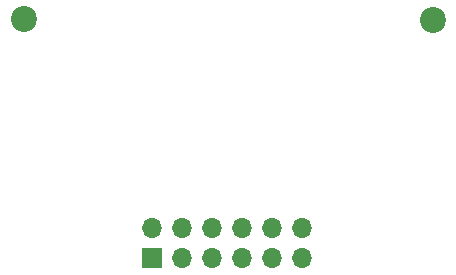
<source format=gbr>
%TF.GenerationSoftware,KiCad,Pcbnew,(5.99.0-9211-g6536d1de72)*%
%TF.CreationDate,2021-02-22T16:11:53-08:00*%
%TF.ProjectId,SoundLens,536f756e-644c-4656-9e73-2e6b69636164,rev?*%
%TF.SameCoordinates,Original*%
%TF.FileFunction,Soldermask,Bot*%
%TF.FilePolarity,Negative*%
%FSLAX46Y46*%
G04 Gerber Fmt 4.6, Leading zero omitted, Abs format (unit mm)*
G04 Created by KiCad (PCBNEW (5.99.0-9211-g6536d1de72)) date 2021-02-22 16:11:53*
%MOMM*%
%LPD*%
G01*
G04 APERTURE LIST*
%ADD10C,2.200000*%
%ADD11R,1.700000X1.700000*%
%ADD12O,1.700000X1.700000*%
G04 APERTURE END LIST*
D10*
%TO.C,REF\u002A\u002A*%
X117320000Y-100010000D03*
%TD*%
%TO.C,REF\u002A\u002A*%
X82720000Y-99960000D03*
%TD*%
D11*
%TO.C,J1*%
X93600000Y-120225000D03*
D12*
X93600000Y-117685000D03*
X96140000Y-120225000D03*
X96140000Y-117685000D03*
X98680000Y-120225000D03*
X98680000Y-117685000D03*
X101220000Y-120225000D03*
X101220000Y-117685000D03*
X103760000Y-120225000D03*
X103760000Y-117685000D03*
X106300000Y-120225000D03*
X106300000Y-117685000D03*
%TD*%
M02*

</source>
